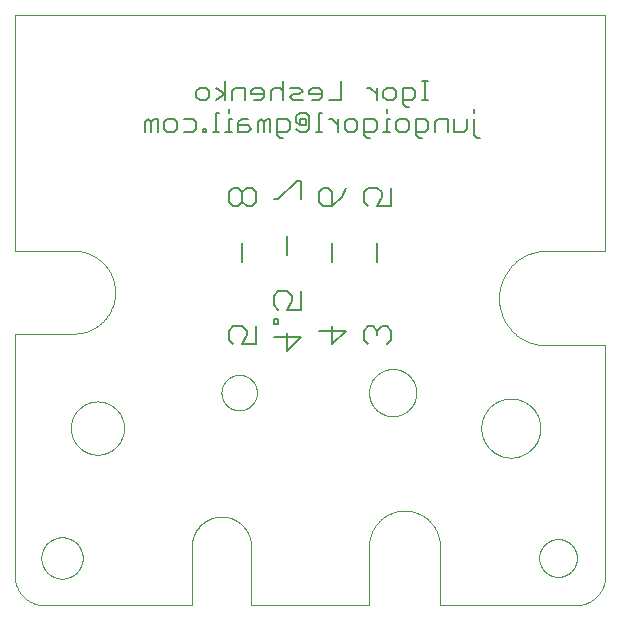
<source format=gbo>
G75*
%MOIN*%
%OFA0B0*%
%FSLAX25Y25*%
%IPPOS*%
%LPD*%
%AMOC8*
5,1,8,0,0,1.08239X$1,22.5*
%
%ADD10C,0.00000*%
%ADD11C,0.00600*%
%ADD12C,0.00800*%
D10*
X0001000Y0010843D02*
X0001000Y0091551D01*
X0020685Y0091551D01*
X0021021Y0091555D01*
X0021356Y0091567D01*
X0021691Y0091588D01*
X0022025Y0091616D01*
X0022359Y0091653D01*
X0022691Y0091698D01*
X0023023Y0091751D01*
X0023353Y0091812D01*
X0023681Y0091881D01*
X0024008Y0091958D01*
X0024332Y0092043D01*
X0024655Y0092135D01*
X0024975Y0092236D01*
X0025293Y0092344D01*
X0025608Y0092460D01*
X0025920Y0092584D01*
X0026228Y0092715D01*
X0026534Y0092854D01*
X0026836Y0093000D01*
X0027135Y0093153D01*
X0027429Y0093314D01*
X0027720Y0093482D01*
X0028006Y0093657D01*
X0028288Y0093839D01*
X0028566Y0094027D01*
X0028839Y0094222D01*
X0029107Y0094424D01*
X0029370Y0094632D01*
X0029628Y0094847D01*
X0029881Y0095068D01*
X0030128Y0095295D01*
X0030369Y0095528D01*
X0030605Y0095767D01*
X0030835Y0096011D01*
X0031059Y0096261D01*
X0031277Y0096516D01*
X0031488Y0096777D01*
X0031694Y0097042D01*
X0031892Y0097313D01*
X0032084Y0097588D01*
X0032269Y0097868D01*
X0032448Y0098152D01*
X0032619Y0098441D01*
X0032783Y0098734D01*
X0032940Y0099030D01*
X0033090Y0099330D01*
X0033232Y0099634D01*
X0033367Y0099942D01*
X0033495Y0100252D01*
X0033615Y0100565D01*
X0033727Y0100882D01*
X0033831Y0101201D01*
X0033928Y0101522D01*
X0034017Y0101846D01*
X0034098Y0102171D01*
X0034171Y0102499D01*
X0034236Y0102828D01*
X0034293Y0103159D01*
X0034342Y0103491D01*
X0034382Y0103824D01*
X0034415Y0104158D01*
X0034439Y0104493D01*
X0034456Y0104828D01*
X0034464Y0105163D01*
X0034464Y0105499D01*
X0034456Y0105834D01*
X0034439Y0106169D01*
X0034415Y0106504D01*
X0034382Y0106838D01*
X0034342Y0107171D01*
X0034293Y0107503D01*
X0034236Y0107834D01*
X0034171Y0108163D01*
X0034098Y0108491D01*
X0034017Y0108816D01*
X0033928Y0109140D01*
X0033831Y0109461D01*
X0033727Y0109780D01*
X0033615Y0110097D01*
X0033495Y0110410D01*
X0033367Y0110720D01*
X0033232Y0111028D01*
X0033090Y0111332D01*
X0032940Y0111632D01*
X0032783Y0111928D01*
X0032619Y0112221D01*
X0032448Y0112510D01*
X0032269Y0112794D01*
X0032084Y0113074D01*
X0031892Y0113349D01*
X0031694Y0113620D01*
X0031488Y0113885D01*
X0031277Y0114146D01*
X0031059Y0114401D01*
X0030835Y0114651D01*
X0030605Y0114895D01*
X0030369Y0115134D01*
X0030128Y0115367D01*
X0029881Y0115594D01*
X0029628Y0115815D01*
X0029370Y0116030D01*
X0029107Y0116238D01*
X0028839Y0116440D01*
X0028566Y0116635D01*
X0028288Y0116823D01*
X0028006Y0117005D01*
X0027720Y0117180D01*
X0027429Y0117348D01*
X0027135Y0117509D01*
X0026836Y0117662D01*
X0026534Y0117808D01*
X0026228Y0117947D01*
X0025920Y0118078D01*
X0025608Y0118202D01*
X0025293Y0118318D01*
X0024975Y0118426D01*
X0024655Y0118527D01*
X0024332Y0118619D01*
X0024008Y0118704D01*
X0023681Y0118781D01*
X0023353Y0118850D01*
X0023023Y0118911D01*
X0022691Y0118964D01*
X0022359Y0119009D01*
X0022025Y0119046D01*
X0021691Y0119074D01*
X0021356Y0119095D01*
X0021021Y0119107D01*
X0020685Y0119111D01*
X0020685Y0119110D02*
X0001000Y0119110D01*
X0001000Y0197850D01*
X0197850Y0197850D01*
X0197850Y0119110D01*
X0178165Y0119110D01*
X0177782Y0119105D01*
X0177398Y0119091D01*
X0177015Y0119068D01*
X0176633Y0119035D01*
X0176252Y0118993D01*
X0175872Y0118942D01*
X0175493Y0118882D01*
X0175116Y0118812D01*
X0174741Y0118733D01*
X0174368Y0118645D01*
X0173997Y0118548D01*
X0173628Y0118442D01*
X0173262Y0118327D01*
X0172899Y0118204D01*
X0172539Y0118071D01*
X0172183Y0117930D01*
X0171830Y0117780D01*
X0171481Y0117621D01*
X0171135Y0117454D01*
X0170794Y0117279D01*
X0170458Y0117095D01*
X0170126Y0116903D01*
X0169798Y0116703D01*
X0169476Y0116496D01*
X0169159Y0116280D01*
X0168847Y0116057D01*
X0168540Y0115826D01*
X0168240Y0115588D01*
X0167945Y0115343D01*
X0167656Y0115091D01*
X0167374Y0114831D01*
X0167097Y0114565D01*
X0166828Y0114292D01*
X0166565Y0114013D01*
X0166309Y0113727D01*
X0166060Y0113436D01*
X0165819Y0113138D01*
X0165584Y0112834D01*
X0165357Y0112525D01*
X0165138Y0112211D01*
X0164926Y0111891D01*
X0164723Y0111566D01*
X0164527Y0111236D01*
X0164339Y0110902D01*
X0164160Y0110563D01*
X0163988Y0110219D01*
X0163826Y0109872D01*
X0163671Y0109521D01*
X0163526Y0109166D01*
X0163389Y0108808D01*
X0163260Y0108447D01*
X0163141Y0108082D01*
X0163031Y0107715D01*
X0162929Y0107345D01*
X0162837Y0106973D01*
X0162753Y0106599D01*
X0162679Y0106222D01*
X0162614Y0105844D01*
X0162558Y0105465D01*
X0162511Y0105084D01*
X0162474Y0104703D01*
X0162446Y0104320D01*
X0162428Y0103937D01*
X0162418Y0103554D01*
X0162418Y0103170D01*
X0162428Y0102787D01*
X0162446Y0102404D01*
X0162474Y0102021D01*
X0162511Y0101640D01*
X0162558Y0101259D01*
X0162614Y0100880D01*
X0162679Y0100502D01*
X0162753Y0100125D01*
X0162837Y0099751D01*
X0162929Y0099379D01*
X0163031Y0099009D01*
X0163141Y0098642D01*
X0163260Y0098277D01*
X0163389Y0097916D01*
X0163526Y0097558D01*
X0163671Y0097203D01*
X0163826Y0096852D01*
X0163988Y0096505D01*
X0164160Y0096161D01*
X0164339Y0095822D01*
X0164527Y0095488D01*
X0164723Y0095158D01*
X0164926Y0094833D01*
X0165138Y0094513D01*
X0165357Y0094199D01*
X0165584Y0093890D01*
X0165819Y0093586D01*
X0166060Y0093288D01*
X0166309Y0092997D01*
X0166565Y0092711D01*
X0166828Y0092432D01*
X0167097Y0092159D01*
X0167374Y0091893D01*
X0167656Y0091633D01*
X0167945Y0091381D01*
X0168240Y0091136D01*
X0168540Y0090898D01*
X0168847Y0090667D01*
X0169159Y0090444D01*
X0169476Y0090228D01*
X0169798Y0090021D01*
X0170126Y0089821D01*
X0170458Y0089629D01*
X0170794Y0089445D01*
X0171135Y0089270D01*
X0171481Y0089103D01*
X0171830Y0088944D01*
X0172183Y0088794D01*
X0172539Y0088653D01*
X0172899Y0088520D01*
X0173262Y0088397D01*
X0173628Y0088282D01*
X0173997Y0088176D01*
X0174368Y0088079D01*
X0174741Y0087991D01*
X0175116Y0087912D01*
X0175493Y0087842D01*
X0175872Y0087782D01*
X0176252Y0087731D01*
X0176633Y0087689D01*
X0177015Y0087656D01*
X0177398Y0087633D01*
X0177782Y0087619D01*
X0178165Y0087614D01*
X0197850Y0087614D01*
X0197850Y0010843D01*
X0197851Y0010843D02*
X0197848Y0010605D01*
X0197840Y0010367D01*
X0197825Y0010130D01*
X0197805Y0009893D01*
X0197779Y0009657D01*
X0197748Y0009421D01*
X0197711Y0009186D01*
X0197668Y0008952D01*
X0197619Y0008719D01*
X0197565Y0008487D01*
X0197505Y0008257D01*
X0197440Y0008028D01*
X0197369Y0007801D01*
X0197293Y0007576D01*
X0197211Y0007353D01*
X0197124Y0007131D01*
X0197032Y0006912D01*
X0196934Y0006695D01*
X0196832Y0006481D01*
X0196724Y0006269D01*
X0196610Y0006059D01*
X0196492Y0005853D01*
X0196369Y0005649D01*
X0196241Y0005449D01*
X0196109Y0005252D01*
X0195971Y0005057D01*
X0195829Y0004867D01*
X0195682Y0004679D01*
X0195531Y0004496D01*
X0195376Y0004316D01*
X0195216Y0004140D01*
X0195052Y0003968D01*
X0194883Y0003799D01*
X0194711Y0003635D01*
X0194535Y0003475D01*
X0194355Y0003320D01*
X0194172Y0003169D01*
X0193984Y0003022D01*
X0193794Y0002880D01*
X0193599Y0002742D01*
X0193402Y0002610D01*
X0193202Y0002482D01*
X0192998Y0002359D01*
X0192792Y0002241D01*
X0192582Y0002127D01*
X0192370Y0002019D01*
X0192156Y0001917D01*
X0191939Y0001819D01*
X0191720Y0001727D01*
X0191498Y0001640D01*
X0191275Y0001558D01*
X0191050Y0001482D01*
X0190823Y0001411D01*
X0190594Y0001346D01*
X0190364Y0001286D01*
X0190132Y0001232D01*
X0189899Y0001183D01*
X0189665Y0001140D01*
X0189430Y0001103D01*
X0189194Y0001072D01*
X0188958Y0001046D01*
X0188721Y0001026D01*
X0188484Y0001011D01*
X0188246Y0001003D01*
X0188008Y0001000D01*
X0142732Y0001000D01*
X0142732Y0020685D01*
X0142728Y0020973D01*
X0142718Y0021260D01*
X0142700Y0021547D01*
X0142676Y0021834D01*
X0142645Y0022120D01*
X0142606Y0022405D01*
X0142561Y0022689D01*
X0142509Y0022972D01*
X0142449Y0023253D01*
X0142383Y0023533D01*
X0142311Y0023811D01*
X0142231Y0024088D01*
X0142145Y0024362D01*
X0142052Y0024634D01*
X0141953Y0024904D01*
X0141847Y0025172D01*
X0141734Y0025436D01*
X0141615Y0025698D01*
X0141490Y0025957D01*
X0141358Y0026213D01*
X0141221Y0026466D01*
X0141077Y0026715D01*
X0140927Y0026960D01*
X0140771Y0027202D01*
X0140610Y0027440D01*
X0140442Y0027674D01*
X0140269Y0027904D01*
X0140091Y0028129D01*
X0139907Y0028350D01*
X0139718Y0028567D01*
X0139523Y0028779D01*
X0139323Y0028986D01*
X0139119Y0029188D01*
X0138909Y0029385D01*
X0138695Y0029577D01*
X0138476Y0029763D01*
X0138253Y0029945D01*
X0138025Y0030121D01*
X0137793Y0030291D01*
X0137557Y0030455D01*
X0137318Y0030614D01*
X0137074Y0030767D01*
X0136827Y0030914D01*
X0136576Y0031054D01*
X0136321Y0031189D01*
X0136064Y0031317D01*
X0135804Y0031439D01*
X0135540Y0031555D01*
X0135274Y0031664D01*
X0135006Y0031767D01*
X0134735Y0031863D01*
X0134461Y0031953D01*
X0134186Y0032036D01*
X0133908Y0032112D01*
X0133629Y0032181D01*
X0133349Y0032244D01*
X0133066Y0032300D01*
X0132783Y0032348D01*
X0132498Y0032390D01*
X0132213Y0032425D01*
X0131927Y0032453D01*
X0131640Y0032474D01*
X0131352Y0032488D01*
X0131065Y0032495D01*
X0130777Y0032495D01*
X0130490Y0032488D01*
X0130202Y0032474D01*
X0129915Y0032453D01*
X0129629Y0032425D01*
X0129344Y0032390D01*
X0129059Y0032348D01*
X0128776Y0032300D01*
X0128493Y0032244D01*
X0128213Y0032181D01*
X0127934Y0032112D01*
X0127656Y0032036D01*
X0127381Y0031953D01*
X0127107Y0031863D01*
X0126836Y0031767D01*
X0126568Y0031664D01*
X0126302Y0031555D01*
X0126038Y0031439D01*
X0125778Y0031317D01*
X0125521Y0031189D01*
X0125266Y0031054D01*
X0125016Y0030914D01*
X0124768Y0030767D01*
X0124524Y0030614D01*
X0124285Y0030455D01*
X0124049Y0030291D01*
X0123817Y0030121D01*
X0123589Y0029945D01*
X0123366Y0029763D01*
X0123147Y0029577D01*
X0122933Y0029385D01*
X0122723Y0029188D01*
X0122519Y0028986D01*
X0122319Y0028779D01*
X0122124Y0028567D01*
X0121935Y0028350D01*
X0121751Y0028129D01*
X0121573Y0027904D01*
X0121400Y0027674D01*
X0121232Y0027440D01*
X0121071Y0027202D01*
X0120915Y0026960D01*
X0120765Y0026715D01*
X0120621Y0026466D01*
X0120484Y0026213D01*
X0120352Y0025957D01*
X0120227Y0025698D01*
X0120108Y0025436D01*
X0119995Y0025172D01*
X0119889Y0024904D01*
X0119790Y0024634D01*
X0119697Y0024362D01*
X0119611Y0024088D01*
X0119531Y0023811D01*
X0119459Y0023533D01*
X0119393Y0023253D01*
X0119333Y0022972D01*
X0119281Y0022689D01*
X0119236Y0022405D01*
X0119197Y0022120D01*
X0119166Y0021834D01*
X0119142Y0021547D01*
X0119124Y0021260D01*
X0119114Y0020973D01*
X0119110Y0020685D01*
X0119110Y0001000D01*
X0079740Y0001000D01*
X0079740Y0020685D01*
X0079741Y0020685D02*
X0079738Y0020925D01*
X0079729Y0021164D01*
X0079715Y0021403D01*
X0079694Y0021642D01*
X0079668Y0021881D01*
X0079636Y0022118D01*
X0079598Y0022355D01*
X0079555Y0022591D01*
X0079506Y0022825D01*
X0079451Y0023058D01*
X0079390Y0023290D01*
X0079324Y0023521D01*
X0079252Y0023749D01*
X0079174Y0023976D01*
X0079092Y0024201D01*
X0079003Y0024424D01*
X0078909Y0024645D01*
X0078810Y0024863D01*
X0078706Y0025079D01*
X0078596Y0025292D01*
X0078482Y0025502D01*
X0078362Y0025710D01*
X0078237Y0025915D01*
X0078107Y0026116D01*
X0077972Y0026314D01*
X0077833Y0026509D01*
X0077689Y0026701D01*
X0077540Y0026889D01*
X0077387Y0027073D01*
X0077229Y0027253D01*
X0077067Y0027430D01*
X0076900Y0027603D01*
X0076730Y0027771D01*
X0076555Y0027935D01*
X0076377Y0028095D01*
X0076194Y0028251D01*
X0076008Y0028402D01*
X0075818Y0028548D01*
X0075625Y0028690D01*
X0075429Y0028827D01*
X0075229Y0028960D01*
X0075026Y0029087D01*
X0074820Y0029209D01*
X0074610Y0029327D01*
X0074399Y0029439D01*
X0074184Y0029546D01*
X0073967Y0029648D01*
X0073748Y0029744D01*
X0073526Y0029835D01*
X0073302Y0029921D01*
X0073076Y0030001D01*
X0072848Y0030075D01*
X0072619Y0030144D01*
X0072388Y0030208D01*
X0072155Y0030266D01*
X0071921Y0030318D01*
X0071686Y0030364D01*
X0071450Y0030405D01*
X0071212Y0030440D01*
X0070975Y0030469D01*
X0070736Y0030492D01*
X0070497Y0030510D01*
X0070257Y0030521D01*
X0070018Y0030527D01*
X0069778Y0030527D01*
X0069539Y0030521D01*
X0069299Y0030510D01*
X0069060Y0030492D01*
X0068821Y0030469D01*
X0068584Y0030440D01*
X0068346Y0030405D01*
X0068110Y0030364D01*
X0067875Y0030318D01*
X0067641Y0030266D01*
X0067408Y0030208D01*
X0067177Y0030144D01*
X0066948Y0030075D01*
X0066720Y0030001D01*
X0066494Y0029921D01*
X0066270Y0029835D01*
X0066048Y0029744D01*
X0065829Y0029648D01*
X0065612Y0029546D01*
X0065397Y0029439D01*
X0065186Y0029327D01*
X0064977Y0029209D01*
X0064770Y0029087D01*
X0064567Y0028960D01*
X0064367Y0028827D01*
X0064171Y0028690D01*
X0063978Y0028548D01*
X0063788Y0028402D01*
X0063602Y0028251D01*
X0063419Y0028095D01*
X0063241Y0027935D01*
X0063066Y0027771D01*
X0062896Y0027603D01*
X0062729Y0027430D01*
X0062567Y0027253D01*
X0062409Y0027073D01*
X0062256Y0026889D01*
X0062107Y0026701D01*
X0061963Y0026509D01*
X0061824Y0026314D01*
X0061689Y0026116D01*
X0061559Y0025915D01*
X0061434Y0025710D01*
X0061314Y0025502D01*
X0061200Y0025292D01*
X0061090Y0025079D01*
X0060986Y0024863D01*
X0060887Y0024645D01*
X0060793Y0024424D01*
X0060704Y0024201D01*
X0060622Y0023976D01*
X0060544Y0023749D01*
X0060472Y0023521D01*
X0060406Y0023290D01*
X0060345Y0023058D01*
X0060290Y0022825D01*
X0060241Y0022591D01*
X0060198Y0022355D01*
X0060160Y0022118D01*
X0060128Y0021881D01*
X0060102Y0021642D01*
X0060081Y0021403D01*
X0060067Y0021164D01*
X0060058Y0020925D01*
X0060055Y0020685D01*
X0060055Y0001000D01*
X0010843Y0001000D01*
X0010605Y0001003D01*
X0010367Y0001011D01*
X0010130Y0001026D01*
X0009893Y0001046D01*
X0009657Y0001072D01*
X0009421Y0001103D01*
X0009186Y0001140D01*
X0008952Y0001183D01*
X0008719Y0001232D01*
X0008487Y0001286D01*
X0008257Y0001346D01*
X0008028Y0001411D01*
X0007801Y0001482D01*
X0007576Y0001558D01*
X0007353Y0001640D01*
X0007131Y0001727D01*
X0006912Y0001819D01*
X0006695Y0001917D01*
X0006481Y0002019D01*
X0006269Y0002127D01*
X0006059Y0002241D01*
X0005853Y0002359D01*
X0005649Y0002482D01*
X0005449Y0002610D01*
X0005252Y0002742D01*
X0005057Y0002880D01*
X0004867Y0003022D01*
X0004679Y0003169D01*
X0004496Y0003320D01*
X0004316Y0003475D01*
X0004140Y0003635D01*
X0003968Y0003799D01*
X0003799Y0003968D01*
X0003635Y0004140D01*
X0003475Y0004316D01*
X0003320Y0004496D01*
X0003169Y0004679D01*
X0003022Y0004867D01*
X0002880Y0005057D01*
X0002742Y0005252D01*
X0002610Y0005449D01*
X0002482Y0005649D01*
X0002359Y0005853D01*
X0002241Y0006059D01*
X0002127Y0006269D01*
X0002019Y0006481D01*
X0001917Y0006695D01*
X0001819Y0006912D01*
X0001727Y0007131D01*
X0001640Y0007353D01*
X0001558Y0007576D01*
X0001482Y0007801D01*
X0001411Y0008028D01*
X0001346Y0008257D01*
X0001286Y0008487D01*
X0001232Y0008719D01*
X0001183Y0008952D01*
X0001140Y0009186D01*
X0001103Y0009421D01*
X0001072Y0009657D01*
X0001046Y0009893D01*
X0001026Y0010130D01*
X0001011Y0010367D01*
X0001003Y0010605D01*
X0001000Y0010843D01*
X0009858Y0016748D02*
X0009860Y0016917D01*
X0009866Y0017086D01*
X0009877Y0017255D01*
X0009891Y0017423D01*
X0009910Y0017591D01*
X0009933Y0017759D01*
X0009959Y0017926D01*
X0009990Y0018092D01*
X0010025Y0018258D01*
X0010064Y0018422D01*
X0010108Y0018586D01*
X0010155Y0018748D01*
X0010206Y0018909D01*
X0010261Y0019069D01*
X0010320Y0019228D01*
X0010382Y0019385D01*
X0010449Y0019540D01*
X0010520Y0019694D01*
X0010594Y0019846D01*
X0010672Y0019996D01*
X0010753Y0020144D01*
X0010838Y0020290D01*
X0010927Y0020434D01*
X0011019Y0020576D01*
X0011115Y0020715D01*
X0011214Y0020852D01*
X0011316Y0020987D01*
X0011422Y0021119D01*
X0011531Y0021248D01*
X0011643Y0021375D01*
X0011758Y0021499D01*
X0011876Y0021620D01*
X0011997Y0021738D01*
X0012121Y0021853D01*
X0012248Y0021965D01*
X0012377Y0022074D01*
X0012509Y0022180D01*
X0012644Y0022282D01*
X0012781Y0022381D01*
X0012920Y0022477D01*
X0013062Y0022569D01*
X0013206Y0022658D01*
X0013352Y0022743D01*
X0013500Y0022824D01*
X0013650Y0022902D01*
X0013802Y0022976D01*
X0013956Y0023047D01*
X0014111Y0023114D01*
X0014268Y0023176D01*
X0014427Y0023235D01*
X0014587Y0023290D01*
X0014748Y0023341D01*
X0014910Y0023388D01*
X0015074Y0023432D01*
X0015238Y0023471D01*
X0015404Y0023506D01*
X0015570Y0023537D01*
X0015737Y0023563D01*
X0015905Y0023586D01*
X0016073Y0023605D01*
X0016241Y0023619D01*
X0016410Y0023630D01*
X0016579Y0023636D01*
X0016748Y0023638D01*
X0016917Y0023636D01*
X0017086Y0023630D01*
X0017255Y0023619D01*
X0017423Y0023605D01*
X0017591Y0023586D01*
X0017759Y0023563D01*
X0017926Y0023537D01*
X0018092Y0023506D01*
X0018258Y0023471D01*
X0018422Y0023432D01*
X0018586Y0023388D01*
X0018748Y0023341D01*
X0018909Y0023290D01*
X0019069Y0023235D01*
X0019228Y0023176D01*
X0019385Y0023114D01*
X0019540Y0023047D01*
X0019694Y0022976D01*
X0019846Y0022902D01*
X0019996Y0022824D01*
X0020144Y0022743D01*
X0020290Y0022658D01*
X0020434Y0022569D01*
X0020576Y0022477D01*
X0020715Y0022381D01*
X0020852Y0022282D01*
X0020987Y0022180D01*
X0021119Y0022074D01*
X0021248Y0021965D01*
X0021375Y0021853D01*
X0021499Y0021738D01*
X0021620Y0021620D01*
X0021738Y0021499D01*
X0021853Y0021375D01*
X0021965Y0021248D01*
X0022074Y0021119D01*
X0022180Y0020987D01*
X0022282Y0020852D01*
X0022381Y0020715D01*
X0022477Y0020576D01*
X0022569Y0020434D01*
X0022658Y0020290D01*
X0022743Y0020144D01*
X0022824Y0019996D01*
X0022902Y0019846D01*
X0022976Y0019694D01*
X0023047Y0019540D01*
X0023114Y0019385D01*
X0023176Y0019228D01*
X0023235Y0019069D01*
X0023290Y0018909D01*
X0023341Y0018748D01*
X0023388Y0018586D01*
X0023432Y0018422D01*
X0023471Y0018258D01*
X0023506Y0018092D01*
X0023537Y0017926D01*
X0023563Y0017759D01*
X0023586Y0017591D01*
X0023605Y0017423D01*
X0023619Y0017255D01*
X0023630Y0017086D01*
X0023636Y0016917D01*
X0023638Y0016748D01*
X0023636Y0016579D01*
X0023630Y0016410D01*
X0023619Y0016241D01*
X0023605Y0016073D01*
X0023586Y0015905D01*
X0023563Y0015737D01*
X0023537Y0015570D01*
X0023506Y0015404D01*
X0023471Y0015238D01*
X0023432Y0015074D01*
X0023388Y0014910D01*
X0023341Y0014748D01*
X0023290Y0014587D01*
X0023235Y0014427D01*
X0023176Y0014268D01*
X0023114Y0014111D01*
X0023047Y0013956D01*
X0022976Y0013802D01*
X0022902Y0013650D01*
X0022824Y0013500D01*
X0022743Y0013352D01*
X0022658Y0013206D01*
X0022569Y0013062D01*
X0022477Y0012920D01*
X0022381Y0012781D01*
X0022282Y0012644D01*
X0022180Y0012509D01*
X0022074Y0012377D01*
X0021965Y0012248D01*
X0021853Y0012121D01*
X0021738Y0011997D01*
X0021620Y0011876D01*
X0021499Y0011758D01*
X0021375Y0011643D01*
X0021248Y0011531D01*
X0021119Y0011422D01*
X0020987Y0011316D01*
X0020852Y0011214D01*
X0020715Y0011115D01*
X0020576Y0011019D01*
X0020434Y0010927D01*
X0020290Y0010838D01*
X0020144Y0010753D01*
X0019996Y0010672D01*
X0019846Y0010594D01*
X0019694Y0010520D01*
X0019540Y0010449D01*
X0019385Y0010382D01*
X0019228Y0010320D01*
X0019069Y0010261D01*
X0018909Y0010206D01*
X0018748Y0010155D01*
X0018586Y0010108D01*
X0018422Y0010064D01*
X0018258Y0010025D01*
X0018092Y0009990D01*
X0017926Y0009959D01*
X0017759Y0009933D01*
X0017591Y0009910D01*
X0017423Y0009891D01*
X0017255Y0009877D01*
X0017086Y0009866D01*
X0016917Y0009860D01*
X0016748Y0009858D01*
X0016579Y0009860D01*
X0016410Y0009866D01*
X0016241Y0009877D01*
X0016073Y0009891D01*
X0015905Y0009910D01*
X0015737Y0009933D01*
X0015570Y0009959D01*
X0015404Y0009990D01*
X0015238Y0010025D01*
X0015074Y0010064D01*
X0014910Y0010108D01*
X0014748Y0010155D01*
X0014587Y0010206D01*
X0014427Y0010261D01*
X0014268Y0010320D01*
X0014111Y0010382D01*
X0013956Y0010449D01*
X0013802Y0010520D01*
X0013650Y0010594D01*
X0013500Y0010672D01*
X0013352Y0010753D01*
X0013206Y0010838D01*
X0013062Y0010927D01*
X0012920Y0011019D01*
X0012781Y0011115D01*
X0012644Y0011214D01*
X0012509Y0011316D01*
X0012377Y0011422D01*
X0012248Y0011531D01*
X0012121Y0011643D01*
X0011997Y0011758D01*
X0011876Y0011876D01*
X0011758Y0011997D01*
X0011643Y0012121D01*
X0011531Y0012248D01*
X0011422Y0012377D01*
X0011316Y0012509D01*
X0011214Y0012644D01*
X0011115Y0012781D01*
X0011019Y0012920D01*
X0010927Y0013062D01*
X0010838Y0013206D01*
X0010753Y0013352D01*
X0010672Y0013500D01*
X0010594Y0013650D01*
X0010520Y0013802D01*
X0010449Y0013956D01*
X0010382Y0014111D01*
X0010320Y0014268D01*
X0010261Y0014427D01*
X0010206Y0014587D01*
X0010155Y0014748D01*
X0010108Y0014910D01*
X0010064Y0015074D01*
X0010025Y0015238D01*
X0009990Y0015404D01*
X0009959Y0015570D01*
X0009933Y0015737D01*
X0009910Y0015905D01*
X0009891Y0016073D01*
X0009877Y0016241D01*
X0009866Y0016410D01*
X0009860Y0016579D01*
X0009858Y0016748D01*
X0019701Y0060055D02*
X0019704Y0060272D01*
X0019712Y0060490D01*
X0019725Y0060707D01*
X0019744Y0060923D01*
X0019768Y0061139D01*
X0019797Y0061355D01*
X0019831Y0061569D01*
X0019871Y0061783D01*
X0019916Y0061996D01*
X0019966Y0062207D01*
X0020022Y0062418D01*
X0020082Y0062626D01*
X0020148Y0062834D01*
X0020219Y0063039D01*
X0020295Y0063243D01*
X0020375Y0063445D01*
X0020461Y0063645D01*
X0020551Y0063842D01*
X0020647Y0064038D01*
X0020747Y0064231D01*
X0020852Y0064421D01*
X0020961Y0064609D01*
X0021075Y0064794D01*
X0021194Y0064976D01*
X0021317Y0065156D01*
X0021444Y0065332D01*
X0021576Y0065505D01*
X0021712Y0065674D01*
X0021852Y0065841D01*
X0021996Y0066004D01*
X0022144Y0066163D01*
X0022295Y0066319D01*
X0022451Y0066470D01*
X0022610Y0066618D01*
X0022773Y0066762D01*
X0022940Y0066902D01*
X0023109Y0067038D01*
X0023282Y0067170D01*
X0023458Y0067297D01*
X0023638Y0067420D01*
X0023820Y0067539D01*
X0024005Y0067653D01*
X0024193Y0067762D01*
X0024383Y0067867D01*
X0024576Y0067967D01*
X0024772Y0068063D01*
X0024969Y0068153D01*
X0025169Y0068239D01*
X0025371Y0068319D01*
X0025575Y0068395D01*
X0025780Y0068466D01*
X0025988Y0068532D01*
X0026196Y0068592D01*
X0026407Y0068648D01*
X0026618Y0068698D01*
X0026831Y0068743D01*
X0027045Y0068783D01*
X0027259Y0068817D01*
X0027475Y0068846D01*
X0027691Y0068870D01*
X0027907Y0068889D01*
X0028124Y0068902D01*
X0028342Y0068910D01*
X0028559Y0068913D01*
X0028776Y0068910D01*
X0028994Y0068902D01*
X0029211Y0068889D01*
X0029427Y0068870D01*
X0029643Y0068846D01*
X0029859Y0068817D01*
X0030073Y0068783D01*
X0030287Y0068743D01*
X0030500Y0068698D01*
X0030711Y0068648D01*
X0030922Y0068592D01*
X0031130Y0068532D01*
X0031338Y0068466D01*
X0031543Y0068395D01*
X0031747Y0068319D01*
X0031949Y0068239D01*
X0032149Y0068153D01*
X0032346Y0068063D01*
X0032542Y0067967D01*
X0032735Y0067867D01*
X0032925Y0067762D01*
X0033113Y0067653D01*
X0033298Y0067539D01*
X0033480Y0067420D01*
X0033660Y0067297D01*
X0033836Y0067170D01*
X0034009Y0067038D01*
X0034178Y0066902D01*
X0034345Y0066762D01*
X0034508Y0066618D01*
X0034667Y0066470D01*
X0034823Y0066319D01*
X0034974Y0066163D01*
X0035122Y0066004D01*
X0035266Y0065841D01*
X0035406Y0065674D01*
X0035542Y0065505D01*
X0035674Y0065332D01*
X0035801Y0065156D01*
X0035924Y0064976D01*
X0036043Y0064794D01*
X0036157Y0064609D01*
X0036266Y0064421D01*
X0036371Y0064231D01*
X0036471Y0064038D01*
X0036567Y0063842D01*
X0036657Y0063645D01*
X0036743Y0063445D01*
X0036823Y0063243D01*
X0036899Y0063039D01*
X0036970Y0062834D01*
X0037036Y0062626D01*
X0037096Y0062418D01*
X0037152Y0062207D01*
X0037202Y0061996D01*
X0037247Y0061783D01*
X0037287Y0061569D01*
X0037321Y0061355D01*
X0037350Y0061139D01*
X0037374Y0060923D01*
X0037393Y0060707D01*
X0037406Y0060490D01*
X0037414Y0060272D01*
X0037417Y0060055D01*
X0037414Y0059838D01*
X0037406Y0059620D01*
X0037393Y0059403D01*
X0037374Y0059187D01*
X0037350Y0058971D01*
X0037321Y0058755D01*
X0037287Y0058541D01*
X0037247Y0058327D01*
X0037202Y0058114D01*
X0037152Y0057903D01*
X0037096Y0057692D01*
X0037036Y0057484D01*
X0036970Y0057276D01*
X0036899Y0057071D01*
X0036823Y0056867D01*
X0036743Y0056665D01*
X0036657Y0056465D01*
X0036567Y0056268D01*
X0036471Y0056072D01*
X0036371Y0055879D01*
X0036266Y0055689D01*
X0036157Y0055501D01*
X0036043Y0055316D01*
X0035924Y0055134D01*
X0035801Y0054954D01*
X0035674Y0054778D01*
X0035542Y0054605D01*
X0035406Y0054436D01*
X0035266Y0054269D01*
X0035122Y0054106D01*
X0034974Y0053947D01*
X0034823Y0053791D01*
X0034667Y0053640D01*
X0034508Y0053492D01*
X0034345Y0053348D01*
X0034178Y0053208D01*
X0034009Y0053072D01*
X0033836Y0052940D01*
X0033660Y0052813D01*
X0033480Y0052690D01*
X0033298Y0052571D01*
X0033113Y0052457D01*
X0032925Y0052348D01*
X0032735Y0052243D01*
X0032542Y0052143D01*
X0032346Y0052047D01*
X0032149Y0051957D01*
X0031949Y0051871D01*
X0031747Y0051791D01*
X0031543Y0051715D01*
X0031338Y0051644D01*
X0031130Y0051578D01*
X0030922Y0051518D01*
X0030711Y0051462D01*
X0030500Y0051412D01*
X0030287Y0051367D01*
X0030073Y0051327D01*
X0029859Y0051293D01*
X0029643Y0051264D01*
X0029427Y0051240D01*
X0029211Y0051221D01*
X0028994Y0051208D01*
X0028776Y0051200D01*
X0028559Y0051197D01*
X0028342Y0051200D01*
X0028124Y0051208D01*
X0027907Y0051221D01*
X0027691Y0051240D01*
X0027475Y0051264D01*
X0027259Y0051293D01*
X0027045Y0051327D01*
X0026831Y0051367D01*
X0026618Y0051412D01*
X0026407Y0051462D01*
X0026196Y0051518D01*
X0025988Y0051578D01*
X0025780Y0051644D01*
X0025575Y0051715D01*
X0025371Y0051791D01*
X0025169Y0051871D01*
X0024969Y0051957D01*
X0024772Y0052047D01*
X0024576Y0052143D01*
X0024383Y0052243D01*
X0024193Y0052348D01*
X0024005Y0052457D01*
X0023820Y0052571D01*
X0023638Y0052690D01*
X0023458Y0052813D01*
X0023282Y0052940D01*
X0023109Y0053072D01*
X0022940Y0053208D01*
X0022773Y0053348D01*
X0022610Y0053492D01*
X0022451Y0053640D01*
X0022295Y0053791D01*
X0022144Y0053947D01*
X0021996Y0054106D01*
X0021852Y0054269D01*
X0021712Y0054436D01*
X0021576Y0054605D01*
X0021444Y0054778D01*
X0021317Y0054954D01*
X0021194Y0055134D01*
X0021075Y0055316D01*
X0020961Y0055501D01*
X0020852Y0055689D01*
X0020747Y0055879D01*
X0020647Y0056072D01*
X0020551Y0056268D01*
X0020461Y0056465D01*
X0020375Y0056665D01*
X0020295Y0056867D01*
X0020219Y0057071D01*
X0020148Y0057276D01*
X0020082Y0057484D01*
X0020022Y0057692D01*
X0019966Y0057903D01*
X0019916Y0058114D01*
X0019871Y0058327D01*
X0019831Y0058541D01*
X0019797Y0058755D01*
X0019768Y0058971D01*
X0019744Y0059187D01*
X0019725Y0059403D01*
X0019712Y0059620D01*
X0019704Y0059838D01*
X0019701Y0060055D01*
X0069897Y0071866D02*
X0069899Y0072019D01*
X0069905Y0072173D01*
X0069915Y0072326D01*
X0069929Y0072478D01*
X0069947Y0072631D01*
X0069969Y0072782D01*
X0069994Y0072933D01*
X0070024Y0073084D01*
X0070058Y0073234D01*
X0070095Y0073382D01*
X0070136Y0073530D01*
X0070181Y0073676D01*
X0070230Y0073822D01*
X0070283Y0073966D01*
X0070339Y0074108D01*
X0070399Y0074249D01*
X0070463Y0074389D01*
X0070530Y0074527D01*
X0070601Y0074663D01*
X0070676Y0074797D01*
X0070753Y0074929D01*
X0070835Y0075059D01*
X0070919Y0075187D01*
X0071007Y0075313D01*
X0071098Y0075436D01*
X0071192Y0075557D01*
X0071290Y0075675D01*
X0071390Y0075791D01*
X0071494Y0075904D01*
X0071600Y0076015D01*
X0071709Y0076123D01*
X0071821Y0076228D01*
X0071935Y0076329D01*
X0072053Y0076428D01*
X0072172Y0076524D01*
X0072294Y0076617D01*
X0072419Y0076706D01*
X0072546Y0076793D01*
X0072675Y0076875D01*
X0072806Y0076955D01*
X0072939Y0077031D01*
X0073074Y0077104D01*
X0073211Y0077173D01*
X0073350Y0077238D01*
X0073490Y0077300D01*
X0073632Y0077358D01*
X0073775Y0077413D01*
X0073920Y0077464D01*
X0074066Y0077511D01*
X0074213Y0077554D01*
X0074361Y0077593D01*
X0074510Y0077629D01*
X0074660Y0077660D01*
X0074811Y0077688D01*
X0074962Y0077712D01*
X0075115Y0077732D01*
X0075267Y0077748D01*
X0075420Y0077760D01*
X0075573Y0077768D01*
X0075726Y0077772D01*
X0075880Y0077772D01*
X0076033Y0077768D01*
X0076186Y0077760D01*
X0076339Y0077748D01*
X0076491Y0077732D01*
X0076644Y0077712D01*
X0076795Y0077688D01*
X0076946Y0077660D01*
X0077096Y0077629D01*
X0077245Y0077593D01*
X0077393Y0077554D01*
X0077540Y0077511D01*
X0077686Y0077464D01*
X0077831Y0077413D01*
X0077974Y0077358D01*
X0078116Y0077300D01*
X0078256Y0077238D01*
X0078395Y0077173D01*
X0078532Y0077104D01*
X0078667Y0077031D01*
X0078800Y0076955D01*
X0078931Y0076875D01*
X0079060Y0076793D01*
X0079187Y0076706D01*
X0079312Y0076617D01*
X0079434Y0076524D01*
X0079553Y0076428D01*
X0079671Y0076329D01*
X0079785Y0076228D01*
X0079897Y0076123D01*
X0080006Y0076015D01*
X0080112Y0075904D01*
X0080216Y0075791D01*
X0080316Y0075675D01*
X0080414Y0075557D01*
X0080508Y0075436D01*
X0080599Y0075313D01*
X0080687Y0075187D01*
X0080771Y0075059D01*
X0080853Y0074929D01*
X0080930Y0074797D01*
X0081005Y0074663D01*
X0081076Y0074527D01*
X0081143Y0074389D01*
X0081207Y0074249D01*
X0081267Y0074108D01*
X0081323Y0073966D01*
X0081376Y0073822D01*
X0081425Y0073676D01*
X0081470Y0073530D01*
X0081511Y0073382D01*
X0081548Y0073234D01*
X0081582Y0073084D01*
X0081612Y0072933D01*
X0081637Y0072782D01*
X0081659Y0072631D01*
X0081677Y0072478D01*
X0081691Y0072326D01*
X0081701Y0072173D01*
X0081707Y0072019D01*
X0081709Y0071866D01*
X0081707Y0071713D01*
X0081701Y0071559D01*
X0081691Y0071406D01*
X0081677Y0071254D01*
X0081659Y0071101D01*
X0081637Y0070950D01*
X0081612Y0070799D01*
X0081582Y0070648D01*
X0081548Y0070498D01*
X0081511Y0070350D01*
X0081470Y0070202D01*
X0081425Y0070056D01*
X0081376Y0069910D01*
X0081323Y0069766D01*
X0081267Y0069624D01*
X0081207Y0069483D01*
X0081143Y0069343D01*
X0081076Y0069205D01*
X0081005Y0069069D01*
X0080930Y0068935D01*
X0080853Y0068803D01*
X0080771Y0068673D01*
X0080687Y0068545D01*
X0080599Y0068419D01*
X0080508Y0068296D01*
X0080414Y0068175D01*
X0080316Y0068057D01*
X0080216Y0067941D01*
X0080112Y0067828D01*
X0080006Y0067717D01*
X0079897Y0067609D01*
X0079785Y0067504D01*
X0079671Y0067403D01*
X0079553Y0067304D01*
X0079434Y0067208D01*
X0079312Y0067115D01*
X0079187Y0067026D01*
X0079060Y0066939D01*
X0078931Y0066857D01*
X0078800Y0066777D01*
X0078667Y0066701D01*
X0078532Y0066628D01*
X0078395Y0066559D01*
X0078256Y0066494D01*
X0078116Y0066432D01*
X0077974Y0066374D01*
X0077831Y0066319D01*
X0077686Y0066268D01*
X0077540Y0066221D01*
X0077393Y0066178D01*
X0077245Y0066139D01*
X0077096Y0066103D01*
X0076946Y0066072D01*
X0076795Y0066044D01*
X0076644Y0066020D01*
X0076491Y0066000D01*
X0076339Y0065984D01*
X0076186Y0065972D01*
X0076033Y0065964D01*
X0075880Y0065960D01*
X0075726Y0065960D01*
X0075573Y0065964D01*
X0075420Y0065972D01*
X0075267Y0065984D01*
X0075115Y0066000D01*
X0074962Y0066020D01*
X0074811Y0066044D01*
X0074660Y0066072D01*
X0074510Y0066103D01*
X0074361Y0066139D01*
X0074213Y0066178D01*
X0074066Y0066221D01*
X0073920Y0066268D01*
X0073775Y0066319D01*
X0073632Y0066374D01*
X0073490Y0066432D01*
X0073350Y0066494D01*
X0073211Y0066559D01*
X0073074Y0066628D01*
X0072939Y0066701D01*
X0072806Y0066777D01*
X0072675Y0066857D01*
X0072546Y0066939D01*
X0072419Y0067026D01*
X0072294Y0067115D01*
X0072172Y0067208D01*
X0072053Y0067304D01*
X0071935Y0067403D01*
X0071821Y0067504D01*
X0071709Y0067609D01*
X0071600Y0067717D01*
X0071494Y0067828D01*
X0071390Y0067941D01*
X0071290Y0068057D01*
X0071192Y0068175D01*
X0071098Y0068296D01*
X0071007Y0068419D01*
X0070919Y0068545D01*
X0070835Y0068673D01*
X0070753Y0068803D01*
X0070676Y0068935D01*
X0070601Y0069069D01*
X0070530Y0069205D01*
X0070463Y0069343D01*
X0070399Y0069483D01*
X0070339Y0069624D01*
X0070283Y0069766D01*
X0070230Y0069910D01*
X0070181Y0070056D01*
X0070136Y0070202D01*
X0070095Y0070350D01*
X0070058Y0070498D01*
X0070024Y0070648D01*
X0069994Y0070799D01*
X0069969Y0070950D01*
X0069947Y0071101D01*
X0069929Y0071254D01*
X0069915Y0071406D01*
X0069905Y0071559D01*
X0069899Y0071713D01*
X0069897Y0071866D01*
X0119110Y0071866D02*
X0119112Y0072059D01*
X0119119Y0072252D01*
X0119131Y0072445D01*
X0119148Y0072638D01*
X0119169Y0072830D01*
X0119195Y0073021D01*
X0119226Y0073212D01*
X0119261Y0073402D01*
X0119301Y0073591D01*
X0119346Y0073779D01*
X0119395Y0073966D01*
X0119449Y0074152D01*
X0119507Y0074336D01*
X0119570Y0074519D01*
X0119638Y0074700D01*
X0119709Y0074879D01*
X0119786Y0075057D01*
X0119866Y0075233D01*
X0119951Y0075406D01*
X0120040Y0075578D01*
X0120133Y0075747D01*
X0120230Y0075914D01*
X0120332Y0076079D01*
X0120437Y0076241D01*
X0120546Y0076400D01*
X0120660Y0076557D01*
X0120777Y0076710D01*
X0120897Y0076861D01*
X0121022Y0077009D01*
X0121150Y0077154D01*
X0121281Y0077295D01*
X0121416Y0077434D01*
X0121555Y0077569D01*
X0121696Y0077700D01*
X0121841Y0077828D01*
X0121989Y0077953D01*
X0122140Y0078073D01*
X0122293Y0078190D01*
X0122450Y0078304D01*
X0122609Y0078413D01*
X0122771Y0078518D01*
X0122936Y0078620D01*
X0123103Y0078717D01*
X0123272Y0078810D01*
X0123444Y0078899D01*
X0123617Y0078984D01*
X0123793Y0079064D01*
X0123971Y0079141D01*
X0124150Y0079212D01*
X0124331Y0079280D01*
X0124514Y0079343D01*
X0124698Y0079401D01*
X0124884Y0079455D01*
X0125071Y0079504D01*
X0125259Y0079549D01*
X0125448Y0079589D01*
X0125638Y0079624D01*
X0125829Y0079655D01*
X0126020Y0079681D01*
X0126212Y0079702D01*
X0126405Y0079719D01*
X0126598Y0079731D01*
X0126791Y0079738D01*
X0126984Y0079740D01*
X0127177Y0079738D01*
X0127370Y0079731D01*
X0127563Y0079719D01*
X0127756Y0079702D01*
X0127948Y0079681D01*
X0128139Y0079655D01*
X0128330Y0079624D01*
X0128520Y0079589D01*
X0128709Y0079549D01*
X0128897Y0079504D01*
X0129084Y0079455D01*
X0129270Y0079401D01*
X0129454Y0079343D01*
X0129637Y0079280D01*
X0129818Y0079212D01*
X0129997Y0079141D01*
X0130175Y0079064D01*
X0130351Y0078984D01*
X0130524Y0078899D01*
X0130696Y0078810D01*
X0130865Y0078717D01*
X0131032Y0078620D01*
X0131197Y0078518D01*
X0131359Y0078413D01*
X0131518Y0078304D01*
X0131675Y0078190D01*
X0131828Y0078073D01*
X0131979Y0077953D01*
X0132127Y0077828D01*
X0132272Y0077700D01*
X0132413Y0077569D01*
X0132552Y0077434D01*
X0132687Y0077295D01*
X0132818Y0077154D01*
X0132946Y0077009D01*
X0133071Y0076861D01*
X0133191Y0076710D01*
X0133308Y0076557D01*
X0133422Y0076400D01*
X0133531Y0076241D01*
X0133636Y0076079D01*
X0133738Y0075914D01*
X0133835Y0075747D01*
X0133928Y0075578D01*
X0134017Y0075406D01*
X0134102Y0075233D01*
X0134182Y0075057D01*
X0134259Y0074879D01*
X0134330Y0074700D01*
X0134398Y0074519D01*
X0134461Y0074336D01*
X0134519Y0074152D01*
X0134573Y0073966D01*
X0134622Y0073779D01*
X0134667Y0073591D01*
X0134707Y0073402D01*
X0134742Y0073212D01*
X0134773Y0073021D01*
X0134799Y0072830D01*
X0134820Y0072638D01*
X0134837Y0072445D01*
X0134849Y0072252D01*
X0134856Y0072059D01*
X0134858Y0071866D01*
X0134856Y0071673D01*
X0134849Y0071480D01*
X0134837Y0071287D01*
X0134820Y0071094D01*
X0134799Y0070902D01*
X0134773Y0070711D01*
X0134742Y0070520D01*
X0134707Y0070330D01*
X0134667Y0070141D01*
X0134622Y0069953D01*
X0134573Y0069766D01*
X0134519Y0069580D01*
X0134461Y0069396D01*
X0134398Y0069213D01*
X0134330Y0069032D01*
X0134259Y0068853D01*
X0134182Y0068675D01*
X0134102Y0068499D01*
X0134017Y0068326D01*
X0133928Y0068154D01*
X0133835Y0067985D01*
X0133738Y0067818D01*
X0133636Y0067653D01*
X0133531Y0067491D01*
X0133422Y0067332D01*
X0133308Y0067175D01*
X0133191Y0067022D01*
X0133071Y0066871D01*
X0132946Y0066723D01*
X0132818Y0066578D01*
X0132687Y0066437D01*
X0132552Y0066298D01*
X0132413Y0066163D01*
X0132272Y0066032D01*
X0132127Y0065904D01*
X0131979Y0065779D01*
X0131828Y0065659D01*
X0131675Y0065542D01*
X0131518Y0065428D01*
X0131359Y0065319D01*
X0131197Y0065214D01*
X0131032Y0065112D01*
X0130865Y0065015D01*
X0130696Y0064922D01*
X0130524Y0064833D01*
X0130351Y0064748D01*
X0130175Y0064668D01*
X0129997Y0064591D01*
X0129818Y0064520D01*
X0129637Y0064452D01*
X0129454Y0064389D01*
X0129270Y0064331D01*
X0129084Y0064277D01*
X0128897Y0064228D01*
X0128709Y0064183D01*
X0128520Y0064143D01*
X0128330Y0064108D01*
X0128139Y0064077D01*
X0127948Y0064051D01*
X0127756Y0064030D01*
X0127563Y0064013D01*
X0127370Y0064001D01*
X0127177Y0063994D01*
X0126984Y0063992D01*
X0126791Y0063994D01*
X0126598Y0064001D01*
X0126405Y0064013D01*
X0126212Y0064030D01*
X0126020Y0064051D01*
X0125829Y0064077D01*
X0125638Y0064108D01*
X0125448Y0064143D01*
X0125259Y0064183D01*
X0125071Y0064228D01*
X0124884Y0064277D01*
X0124698Y0064331D01*
X0124514Y0064389D01*
X0124331Y0064452D01*
X0124150Y0064520D01*
X0123971Y0064591D01*
X0123793Y0064668D01*
X0123617Y0064748D01*
X0123444Y0064833D01*
X0123272Y0064922D01*
X0123103Y0065015D01*
X0122936Y0065112D01*
X0122771Y0065214D01*
X0122609Y0065319D01*
X0122450Y0065428D01*
X0122293Y0065542D01*
X0122140Y0065659D01*
X0121989Y0065779D01*
X0121841Y0065904D01*
X0121696Y0066032D01*
X0121555Y0066163D01*
X0121416Y0066298D01*
X0121281Y0066437D01*
X0121150Y0066578D01*
X0121022Y0066723D01*
X0120897Y0066871D01*
X0120777Y0067022D01*
X0120660Y0067175D01*
X0120546Y0067332D01*
X0120437Y0067491D01*
X0120332Y0067653D01*
X0120230Y0067818D01*
X0120133Y0067985D01*
X0120040Y0068154D01*
X0119951Y0068326D01*
X0119866Y0068499D01*
X0119786Y0068675D01*
X0119709Y0068853D01*
X0119638Y0069032D01*
X0119570Y0069213D01*
X0119507Y0069396D01*
X0119449Y0069580D01*
X0119395Y0069766D01*
X0119346Y0069953D01*
X0119301Y0070141D01*
X0119261Y0070330D01*
X0119226Y0070520D01*
X0119195Y0070711D01*
X0119169Y0070902D01*
X0119148Y0071094D01*
X0119131Y0071287D01*
X0119119Y0071480D01*
X0119112Y0071673D01*
X0119110Y0071866D01*
X0156511Y0060055D02*
X0156514Y0060297D01*
X0156523Y0060538D01*
X0156538Y0060779D01*
X0156558Y0061020D01*
X0156585Y0061260D01*
X0156618Y0061499D01*
X0156656Y0061738D01*
X0156700Y0061975D01*
X0156750Y0062212D01*
X0156806Y0062447D01*
X0156868Y0062680D01*
X0156935Y0062912D01*
X0157008Y0063143D01*
X0157086Y0063371D01*
X0157171Y0063597D01*
X0157260Y0063822D01*
X0157355Y0064044D01*
X0157456Y0064263D01*
X0157562Y0064481D01*
X0157673Y0064695D01*
X0157790Y0064907D01*
X0157911Y0065115D01*
X0158038Y0065321D01*
X0158170Y0065523D01*
X0158307Y0065723D01*
X0158448Y0065918D01*
X0158594Y0066111D01*
X0158745Y0066299D01*
X0158901Y0066484D01*
X0159061Y0066665D01*
X0159225Y0066842D01*
X0159394Y0067015D01*
X0159567Y0067184D01*
X0159744Y0067348D01*
X0159925Y0067508D01*
X0160110Y0067664D01*
X0160298Y0067815D01*
X0160491Y0067961D01*
X0160686Y0068102D01*
X0160886Y0068239D01*
X0161088Y0068371D01*
X0161294Y0068498D01*
X0161502Y0068619D01*
X0161714Y0068736D01*
X0161928Y0068847D01*
X0162146Y0068953D01*
X0162365Y0069054D01*
X0162587Y0069149D01*
X0162812Y0069238D01*
X0163038Y0069323D01*
X0163266Y0069401D01*
X0163497Y0069474D01*
X0163729Y0069541D01*
X0163962Y0069603D01*
X0164197Y0069659D01*
X0164434Y0069709D01*
X0164671Y0069753D01*
X0164910Y0069791D01*
X0165149Y0069824D01*
X0165389Y0069851D01*
X0165630Y0069871D01*
X0165871Y0069886D01*
X0166112Y0069895D01*
X0166354Y0069898D01*
X0166596Y0069895D01*
X0166837Y0069886D01*
X0167078Y0069871D01*
X0167319Y0069851D01*
X0167559Y0069824D01*
X0167798Y0069791D01*
X0168037Y0069753D01*
X0168274Y0069709D01*
X0168511Y0069659D01*
X0168746Y0069603D01*
X0168979Y0069541D01*
X0169211Y0069474D01*
X0169442Y0069401D01*
X0169670Y0069323D01*
X0169896Y0069238D01*
X0170121Y0069149D01*
X0170343Y0069054D01*
X0170562Y0068953D01*
X0170780Y0068847D01*
X0170994Y0068736D01*
X0171206Y0068619D01*
X0171414Y0068498D01*
X0171620Y0068371D01*
X0171822Y0068239D01*
X0172022Y0068102D01*
X0172217Y0067961D01*
X0172410Y0067815D01*
X0172598Y0067664D01*
X0172783Y0067508D01*
X0172964Y0067348D01*
X0173141Y0067184D01*
X0173314Y0067015D01*
X0173483Y0066842D01*
X0173647Y0066665D01*
X0173807Y0066484D01*
X0173963Y0066299D01*
X0174114Y0066111D01*
X0174260Y0065918D01*
X0174401Y0065723D01*
X0174538Y0065523D01*
X0174670Y0065321D01*
X0174797Y0065115D01*
X0174918Y0064907D01*
X0175035Y0064695D01*
X0175146Y0064481D01*
X0175252Y0064263D01*
X0175353Y0064044D01*
X0175448Y0063822D01*
X0175537Y0063597D01*
X0175622Y0063371D01*
X0175700Y0063143D01*
X0175773Y0062912D01*
X0175840Y0062680D01*
X0175902Y0062447D01*
X0175958Y0062212D01*
X0176008Y0061975D01*
X0176052Y0061738D01*
X0176090Y0061499D01*
X0176123Y0061260D01*
X0176150Y0061020D01*
X0176170Y0060779D01*
X0176185Y0060538D01*
X0176194Y0060297D01*
X0176197Y0060055D01*
X0176194Y0059813D01*
X0176185Y0059572D01*
X0176170Y0059331D01*
X0176150Y0059090D01*
X0176123Y0058850D01*
X0176090Y0058611D01*
X0176052Y0058372D01*
X0176008Y0058135D01*
X0175958Y0057898D01*
X0175902Y0057663D01*
X0175840Y0057430D01*
X0175773Y0057198D01*
X0175700Y0056967D01*
X0175622Y0056739D01*
X0175537Y0056513D01*
X0175448Y0056288D01*
X0175353Y0056066D01*
X0175252Y0055847D01*
X0175146Y0055629D01*
X0175035Y0055415D01*
X0174918Y0055203D01*
X0174797Y0054995D01*
X0174670Y0054789D01*
X0174538Y0054587D01*
X0174401Y0054387D01*
X0174260Y0054192D01*
X0174114Y0053999D01*
X0173963Y0053811D01*
X0173807Y0053626D01*
X0173647Y0053445D01*
X0173483Y0053268D01*
X0173314Y0053095D01*
X0173141Y0052926D01*
X0172964Y0052762D01*
X0172783Y0052602D01*
X0172598Y0052446D01*
X0172410Y0052295D01*
X0172217Y0052149D01*
X0172022Y0052008D01*
X0171822Y0051871D01*
X0171620Y0051739D01*
X0171414Y0051612D01*
X0171206Y0051491D01*
X0170994Y0051374D01*
X0170780Y0051263D01*
X0170562Y0051157D01*
X0170343Y0051056D01*
X0170121Y0050961D01*
X0169896Y0050872D01*
X0169670Y0050787D01*
X0169442Y0050709D01*
X0169211Y0050636D01*
X0168979Y0050569D01*
X0168746Y0050507D01*
X0168511Y0050451D01*
X0168274Y0050401D01*
X0168037Y0050357D01*
X0167798Y0050319D01*
X0167559Y0050286D01*
X0167319Y0050259D01*
X0167078Y0050239D01*
X0166837Y0050224D01*
X0166596Y0050215D01*
X0166354Y0050212D01*
X0166112Y0050215D01*
X0165871Y0050224D01*
X0165630Y0050239D01*
X0165389Y0050259D01*
X0165149Y0050286D01*
X0164910Y0050319D01*
X0164671Y0050357D01*
X0164434Y0050401D01*
X0164197Y0050451D01*
X0163962Y0050507D01*
X0163729Y0050569D01*
X0163497Y0050636D01*
X0163266Y0050709D01*
X0163038Y0050787D01*
X0162812Y0050872D01*
X0162587Y0050961D01*
X0162365Y0051056D01*
X0162146Y0051157D01*
X0161928Y0051263D01*
X0161714Y0051374D01*
X0161502Y0051491D01*
X0161294Y0051612D01*
X0161088Y0051739D01*
X0160886Y0051871D01*
X0160686Y0052008D01*
X0160491Y0052149D01*
X0160298Y0052295D01*
X0160110Y0052446D01*
X0159925Y0052602D01*
X0159744Y0052762D01*
X0159567Y0052926D01*
X0159394Y0053095D01*
X0159225Y0053268D01*
X0159061Y0053445D01*
X0158901Y0053626D01*
X0158745Y0053811D01*
X0158594Y0053999D01*
X0158448Y0054192D01*
X0158307Y0054387D01*
X0158170Y0054587D01*
X0158038Y0054789D01*
X0157911Y0054995D01*
X0157790Y0055203D01*
X0157673Y0055415D01*
X0157562Y0055629D01*
X0157456Y0055847D01*
X0157355Y0056066D01*
X0157260Y0056288D01*
X0157171Y0056513D01*
X0157086Y0056739D01*
X0157008Y0056967D01*
X0156935Y0057198D01*
X0156868Y0057430D01*
X0156806Y0057663D01*
X0156750Y0057898D01*
X0156700Y0058135D01*
X0156656Y0058372D01*
X0156618Y0058611D01*
X0156585Y0058850D01*
X0156558Y0059090D01*
X0156538Y0059331D01*
X0156523Y0059572D01*
X0156514Y0059813D01*
X0156511Y0060055D01*
X0175803Y0016748D02*
X0175805Y0016906D01*
X0175811Y0017064D01*
X0175821Y0017222D01*
X0175835Y0017380D01*
X0175853Y0017537D01*
X0175874Y0017694D01*
X0175900Y0017850D01*
X0175930Y0018006D01*
X0175963Y0018161D01*
X0176001Y0018314D01*
X0176042Y0018467D01*
X0176087Y0018619D01*
X0176136Y0018770D01*
X0176189Y0018919D01*
X0176245Y0019067D01*
X0176305Y0019213D01*
X0176369Y0019358D01*
X0176437Y0019501D01*
X0176508Y0019643D01*
X0176582Y0019783D01*
X0176660Y0019920D01*
X0176742Y0020056D01*
X0176826Y0020190D01*
X0176915Y0020321D01*
X0177006Y0020450D01*
X0177101Y0020577D01*
X0177198Y0020702D01*
X0177299Y0020824D01*
X0177403Y0020943D01*
X0177510Y0021060D01*
X0177620Y0021174D01*
X0177733Y0021285D01*
X0177848Y0021394D01*
X0177966Y0021499D01*
X0178087Y0021601D01*
X0178210Y0021701D01*
X0178336Y0021797D01*
X0178464Y0021890D01*
X0178594Y0021980D01*
X0178727Y0022066D01*
X0178862Y0022150D01*
X0178998Y0022229D01*
X0179137Y0022306D01*
X0179278Y0022378D01*
X0179420Y0022448D01*
X0179564Y0022513D01*
X0179710Y0022575D01*
X0179857Y0022633D01*
X0180006Y0022688D01*
X0180156Y0022739D01*
X0180307Y0022786D01*
X0180459Y0022829D01*
X0180612Y0022868D01*
X0180767Y0022904D01*
X0180922Y0022935D01*
X0181078Y0022963D01*
X0181234Y0022987D01*
X0181391Y0023007D01*
X0181549Y0023023D01*
X0181706Y0023035D01*
X0181865Y0023043D01*
X0182023Y0023047D01*
X0182181Y0023047D01*
X0182339Y0023043D01*
X0182498Y0023035D01*
X0182655Y0023023D01*
X0182813Y0023007D01*
X0182970Y0022987D01*
X0183126Y0022963D01*
X0183282Y0022935D01*
X0183437Y0022904D01*
X0183592Y0022868D01*
X0183745Y0022829D01*
X0183897Y0022786D01*
X0184048Y0022739D01*
X0184198Y0022688D01*
X0184347Y0022633D01*
X0184494Y0022575D01*
X0184640Y0022513D01*
X0184784Y0022448D01*
X0184926Y0022378D01*
X0185067Y0022306D01*
X0185206Y0022229D01*
X0185342Y0022150D01*
X0185477Y0022066D01*
X0185610Y0021980D01*
X0185740Y0021890D01*
X0185868Y0021797D01*
X0185994Y0021701D01*
X0186117Y0021601D01*
X0186238Y0021499D01*
X0186356Y0021394D01*
X0186471Y0021285D01*
X0186584Y0021174D01*
X0186694Y0021060D01*
X0186801Y0020943D01*
X0186905Y0020824D01*
X0187006Y0020702D01*
X0187103Y0020577D01*
X0187198Y0020450D01*
X0187289Y0020321D01*
X0187378Y0020190D01*
X0187462Y0020056D01*
X0187544Y0019920D01*
X0187622Y0019783D01*
X0187696Y0019643D01*
X0187767Y0019501D01*
X0187835Y0019358D01*
X0187899Y0019213D01*
X0187959Y0019067D01*
X0188015Y0018919D01*
X0188068Y0018770D01*
X0188117Y0018619D01*
X0188162Y0018467D01*
X0188203Y0018314D01*
X0188241Y0018161D01*
X0188274Y0018006D01*
X0188304Y0017850D01*
X0188330Y0017694D01*
X0188351Y0017537D01*
X0188369Y0017380D01*
X0188383Y0017222D01*
X0188393Y0017064D01*
X0188399Y0016906D01*
X0188401Y0016748D01*
X0188399Y0016590D01*
X0188393Y0016432D01*
X0188383Y0016274D01*
X0188369Y0016116D01*
X0188351Y0015959D01*
X0188330Y0015802D01*
X0188304Y0015646D01*
X0188274Y0015490D01*
X0188241Y0015335D01*
X0188203Y0015182D01*
X0188162Y0015029D01*
X0188117Y0014877D01*
X0188068Y0014726D01*
X0188015Y0014577D01*
X0187959Y0014429D01*
X0187899Y0014283D01*
X0187835Y0014138D01*
X0187767Y0013995D01*
X0187696Y0013853D01*
X0187622Y0013713D01*
X0187544Y0013576D01*
X0187462Y0013440D01*
X0187378Y0013306D01*
X0187289Y0013175D01*
X0187198Y0013046D01*
X0187103Y0012919D01*
X0187006Y0012794D01*
X0186905Y0012672D01*
X0186801Y0012553D01*
X0186694Y0012436D01*
X0186584Y0012322D01*
X0186471Y0012211D01*
X0186356Y0012102D01*
X0186238Y0011997D01*
X0186117Y0011895D01*
X0185994Y0011795D01*
X0185868Y0011699D01*
X0185740Y0011606D01*
X0185610Y0011516D01*
X0185477Y0011430D01*
X0185342Y0011346D01*
X0185206Y0011267D01*
X0185067Y0011190D01*
X0184926Y0011118D01*
X0184784Y0011048D01*
X0184640Y0010983D01*
X0184494Y0010921D01*
X0184347Y0010863D01*
X0184198Y0010808D01*
X0184048Y0010757D01*
X0183897Y0010710D01*
X0183745Y0010667D01*
X0183592Y0010628D01*
X0183437Y0010592D01*
X0183282Y0010561D01*
X0183126Y0010533D01*
X0182970Y0010509D01*
X0182813Y0010489D01*
X0182655Y0010473D01*
X0182498Y0010461D01*
X0182339Y0010453D01*
X0182181Y0010449D01*
X0182023Y0010449D01*
X0181865Y0010453D01*
X0181706Y0010461D01*
X0181549Y0010473D01*
X0181391Y0010489D01*
X0181234Y0010509D01*
X0181078Y0010533D01*
X0180922Y0010561D01*
X0180767Y0010592D01*
X0180612Y0010628D01*
X0180459Y0010667D01*
X0180307Y0010710D01*
X0180156Y0010757D01*
X0180006Y0010808D01*
X0179857Y0010863D01*
X0179710Y0010921D01*
X0179564Y0010983D01*
X0179420Y0011048D01*
X0179278Y0011118D01*
X0179137Y0011190D01*
X0178998Y0011267D01*
X0178862Y0011346D01*
X0178727Y0011430D01*
X0178594Y0011516D01*
X0178464Y0011606D01*
X0178336Y0011699D01*
X0178210Y0011795D01*
X0178087Y0011895D01*
X0177966Y0011997D01*
X0177848Y0012102D01*
X0177733Y0012211D01*
X0177620Y0012322D01*
X0177510Y0012436D01*
X0177403Y0012553D01*
X0177299Y0012672D01*
X0177198Y0012794D01*
X0177101Y0012919D01*
X0177006Y0013046D01*
X0176915Y0013175D01*
X0176826Y0013306D01*
X0176742Y0013440D01*
X0176660Y0013576D01*
X0176582Y0013713D01*
X0176508Y0013853D01*
X0176437Y0013995D01*
X0176369Y0014138D01*
X0176305Y0014283D01*
X0176245Y0014429D01*
X0176189Y0014577D01*
X0176136Y0014726D01*
X0176087Y0014877D01*
X0176042Y0015029D01*
X0176001Y0015182D01*
X0175963Y0015335D01*
X0175930Y0015490D01*
X0175900Y0015646D01*
X0175874Y0015802D01*
X0175853Y0015959D01*
X0175835Y0016116D01*
X0175821Y0016274D01*
X0175811Y0016432D01*
X0175805Y0016590D01*
X0175803Y0016748D01*
D11*
X0156061Y0156645D02*
X0154993Y0156645D01*
X0153925Y0157713D01*
X0153925Y0163051D01*
X0153925Y0165186D02*
X0153925Y0166253D01*
X0151764Y0163051D02*
X0151764Y0159848D01*
X0150696Y0158780D01*
X0147493Y0158780D01*
X0147493Y0163051D01*
X0145318Y0163051D02*
X0142115Y0163051D01*
X0141048Y0161983D01*
X0141048Y0158780D01*
X0138873Y0159848D02*
X0137805Y0158780D01*
X0134602Y0158780D01*
X0134602Y0157713D02*
X0134602Y0163051D01*
X0137805Y0163051D01*
X0138873Y0161983D01*
X0138873Y0159848D01*
X0136737Y0156645D02*
X0135670Y0156645D01*
X0134602Y0157713D01*
X0132427Y0159848D02*
X0131359Y0158780D01*
X0129224Y0158780D01*
X0128157Y0159848D01*
X0128157Y0161983D01*
X0129224Y0163051D01*
X0131359Y0163051D01*
X0132427Y0161983D01*
X0132427Y0159848D01*
X0125982Y0158780D02*
X0123846Y0158780D01*
X0124914Y0158780D02*
X0124914Y0163051D01*
X0125982Y0163051D01*
X0124914Y0165186D02*
X0124914Y0166253D01*
X0124927Y0169280D02*
X0123860Y0170348D01*
X0123860Y0172483D01*
X0124927Y0173551D01*
X0127062Y0173551D01*
X0128130Y0172483D01*
X0128130Y0170348D01*
X0127062Y0169280D01*
X0124927Y0169280D01*
X0121684Y0169280D02*
X0121684Y0173551D01*
X0119549Y0173551D02*
X0118482Y0173551D01*
X0119549Y0173551D02*
X0121684Y0171415D01*
X0120617Y0163051D02*
X0117414Y0163051D01*
X0117414Y0157713D01*
X0118482Y0156645D01*
X0119549Y0156645D01*
X0120617Y0158780D02*
X0117414Y0158780D01*
X0120617Y0158780D02*
X0121685Y0159848D01*
X0121685Y0161983D01*
X0120617Y0163051D01*
X0115239Y0161983D02*
X0115239Y0159848D01*
X0114171Y0158780D01*
X0112036Y0158780D01*
X0110969Y0159848D01*
X0110969Y0161983D01*
X0112036Y0163051D01*
X0114171Y0163051D01*
X0115239Y0161983D01*
X0108794Y0160915D02*
X0106658Y0163051D01*
X0105591Y0163051D01*
X0103422Y0165186D02*
X0102355Y0165186D01*
X0102355Y0158780D01*
X0103422Y0158780D02*
X0101287Y0158780D01*
X0099125Y0159848D02*
X0099125Y0164118D01*
X0098058Y0165186D01*
X0095923Y0165186D01*
X0094855Y0164118D01*
X0094855Y0161983D01*
X0095923Y0160915D01*
X0095923Y0163051D01*
X0098058Y0163051D01*
X0098058Y0160915D01*
X0095923Y0160915D01*
X0094855Y0159848D02*
X0095923Y0158780D01*
X0098058Y0158780D01*
X0099125Y0159848D01*
X0092680Y0159848D02*
X0091612Y0158780D01*
X0088409Y0158780D01*
X0088409Y0157713D02*
X0088409Y0163051D01*
X0091612Y0163051D01*
X0092680Y0161983D01*
X0092680Y0159848D01*
X0090545Y0156645D02*
X0089477Y0156645D01*
X0088409Y0157713D01*
X0086234Y0158780D02*
X0086234Y0163051D01*
X0085167Y0163051D01*
X0084099Y0161983D01*
X0083032Y0163051D01*
X0081964Y0161983D01*
X0081964Y0158780D01*
X0084099Y0158780D02*
X0084099Y0161983D01*
X0079789Y0159848D02*
X0078721Y0160915D01*
X0075518Y0160915D01*
X0075518Y0161983D02*
X0075518Y0158780D01*
X0078721Y0158780D01*
X0079789Y0159848D01*
X0078721Y0163051D02*
X0076586Y0163051D01*
X0075518Y0161983D01*
X0073343Y0163051D02*
X0072276Y0163051D01*
X0072276Y0158780D01*
X0073343Y0158780D02*
X0071208Y0158780D01*
X0069046Y0158780D02*
X0066911Y0158780D01*
X0067979Y0158780D02*
X0067979Y0165186D01*
X0069046Y0165186D01*
X0072276Y0165186D02*
X0072276Y0166253D01*
X0071195Y0169280D02*
X0071195Y0175686D01*
X0067992Y0173551D02*
X0071195Y0171415D01*
X0067992Y0169280D01*
X0065824Y0170348D02*
X0064756Y0169280D01*
X0062621Y0169280D01*
X0061553Y0170348D01*
X0061553Y0172483D01*
X0062621Y0173551D01*
X0064756Y0173551D01*
X0065824Y0172483D01*
X0065824Y0170348D01*
X0073370Y0169280D02*
X0073370Y0172483D01*
X0074438Y0173551D01*
X0077640Y0173551D01*
X0077640Y0169280D01*
X0079815Y0171415D02*
X0084086Y0171415D01*
X0084086Y0170348D02*
X0084086Y0172483D01*
X0083018Y0173551D01*
X0080883Y0173551D01*
X0079815Y0172483D01*
X0079815Y0171415D01*
X0080883Y0169280D02*
X0083018Y0169280D01*
X0084086Y0170348D01*
X0086261Y0169280D02*
X0086261Y0172483D01*
X0087329Y0173551D01*
X0089464Y0173551D01*
X0090531Y0172483D01*
X0092706Y0173551D02*
X0095909Y0173551D01*
X0096977Y0172483D01*
X0095909Y0171415D01*
X0093774Y0171415D01*
X0092706Y0170348D01*
X0093774Y0169280D01*
X0096977Y0169280D01*
X0099152Y0171415D02*
X0103422Y0171415D01*
X0103422Y0170348D02*
X0103422Y0172483D01*
X0102355Y0173551D01*
X0100220Y0173551D01*
X0099152Y0172483D01*
X0099152Y0171415D01*
X0100220Y0169280D02*
X0102355Y0169280D01*
X0103422Y0170348D01*
X0105597Y0169280D02*
X0109868Y0169280D01*
X0109868Y0175686D01*
X0108794Y0163051D02*
X0108794Y0158780D01*
X0090531Y0169280D02*
X0090531Y0175686D01*
X0064749Y0159848D02*
X0064749Y0158780D01*
X0063682Y0158780D01*
X0063682Y0159848D01*
X0064749Y0159848D01*
X0061527Y0159848D02*
X0060459Y0158780D01*
X0057256Y0158780D01*
X0055081Y0159848D02*
X0054013Y0158780D01*
X0051878Y0158780D01*
X0050811Y0159848D01*
X0050811Y0161983D01*
X0051878Y0163051D01*
X0054013Y0163051D01*
X0055081Y0161983D01*
X0055081Y0159848D01*
X0057256Y0163051D02*
X0060459Y0163051D01*
X0061527Y0161983D01*
X0061527Y0159848D01*
X0048636Y0158780D02*
X0048636Y0163051D01*
X0047568Y0163051D01*
X0046500Y0161983D01*
X0045433Y0163051D01*
X0044365Y0161983D01*
X0044365Y0158780D01*
X0046500Y0158780D02*
X0046500Y0161983D01*
X0130305Y0168213D02*
X0130305Y0173551D01*
X0133508Y0173551D01*
X0134575Y0172483D01*
X0134575Y0170348D01*
X0133508Y0169280D01*
X0130305Y0169280D01*
X0130305Y0168213D02*
X0131373Y0167145D01*
X0132440Y0167145D01*
X0136737Y0169280D02*
X0138872Y0169280D01*
X0137805Y0169280D02*
X0137805Y0175686D01*
X0138872Y0175686D02*
X0136737Y0175686D01*
X0145318Y0163051D02*
X0145318Y0158780D01*
D12*
X0126474Y0140127D02*
X0126474Y0133989D01*
X0121870Y0133989D01*
X0123405Y0137058D01*
X0123405Y0138593D01*
X0121870Y0140127D01*
X0118801Y0140127D01*
X0117266Y0138593D01*
X0117266Y0135524D01*
X0118801Y0133989D01*
X0109939Y0137058D02*
X0111474Y0140127D01*
X0109939Y0137058D02*
X0106870Y0133989D01*
X0106870Y0138593D01*
X0105335Y0140127D01*
X0103801Y0140127D01*
X0102266Y0138593D01*
X0102266Y0135524D01*
X0103801Y0133989D01*
X0106870Y0133989D01*
X0096474Y0136291D02*
X0096474Y0142429D01*
X0094939Y0142429D01*
X0088801Y0136291D01*
X0087266Y0136291D01*
X0081474Y0135524D02*
X0081474Y0138593D01*
X0079939Y0140127D01*
X0078405Y0140127D01*
X0076870Y0138593D01*
X0076870Y0135524D01*
X0078405Y0133989D01*
X0079939Y0133989D01*
X0081474Y0135524D01*
X0076870Y0135524D02*
X0075335Y0133989D01*
X0073801Y0133989D01*
X0072266Y0135524D01*
X0072266Y0138593D01*
X0073801Y0140127D01*
X0075335Y0140127D01*
X0076870Y0138593D01*
X0076870Y0121712D02*
X0076870Y0115573D01*
X0087266Y0104063D02*
X0087266Y0100994D01*
X0088801Y0099459D01*
X0088801Y0096390D02*
X0087266Y0096390D01*
X0087266Y0094856D01*
X0088801Y0094856D01*
X0088801Y0096390D01*
X0091870Y0099459D02*
X0093405Y0102529D01*
X0093405Y0104063D01*
X0091870Y0105598D01*
X0088801Y0105598D01*
X0087266Y0104063D01*
X0091870Y0099459D02*
X0096474Y0099459D01*
X0096474Y0105598D01*
X0106870Y0115573D02*
X0106870Y0121712D01*
X0091870Y0124014D02*
X0091870Y0117875D01*
X0081474Y0094088D02*
X0081474Y0087950D01*
X0076870Y0087950D01*
X0078405Y0091019D01*
X0078405Y0092554D01*
X0076870Y0094088D01*
X0073801Y0094088D01*
X0072266Y0092554D01*
X0072266Y0089484D01*
X0073801Y0087950D01*
X0087266Y0090252D02*
X0096474Y0090252D01*
X0091870Y0085648D01*
X0091870Y0091786D01*
X0102266Y0092554D02*
X0111474Y0092554D01*
X0106870Y0087950D01*
X0106870Y0094088D01*
X0117266Y0092554D02*
X0117266Y0089484D01*
X0118801Y0087950D01*
X0121870Y0091019D02*
X0121870Y0092554D01*
X0120335Y0094088D01*
X0118801Y0094088D01*
X0117266Y0092554D01*
X0121870Y0092554D02*
X0123405Y0094088D01*
X0124939Y0094088D01*
X0126474Y0092554D01*
X0126474Y0089484D01*
X0124939Y0087950D01*
X0121870Y0115573D02*
X0121870Y0121712D01*
M02*

</source>
